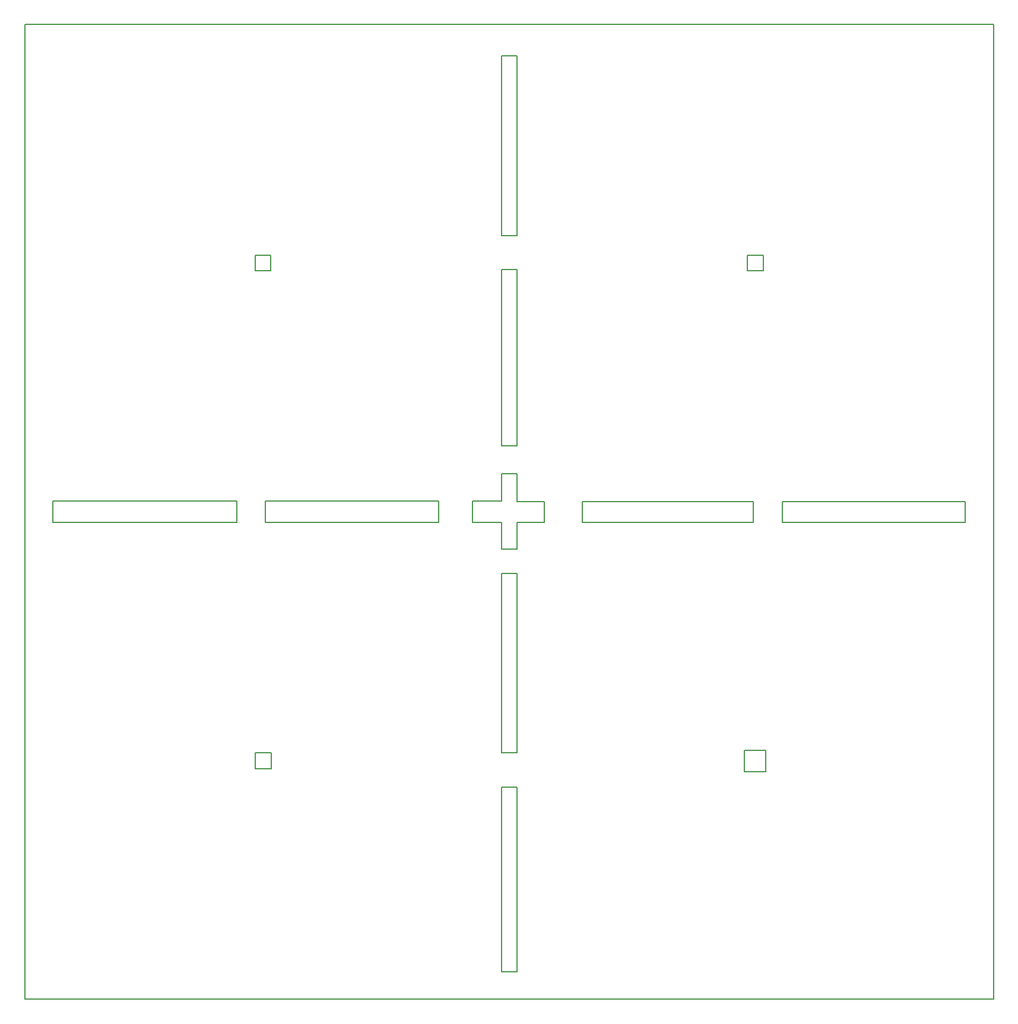
<source format=gbr>
%TF.GenerationSoftware,KiCad,Pcbnew,6.0.6-3a73a75311~116~ubuntu20.04.1*%
%TF.CreationDate,2022-06-30T05:51:01+02:00*%
%TF.ProjectId,panel_v3,70616e65-6c5f-4763-932e-6b696361645f,rev?*%
%TF.SameCoordinates,Original*%
%TF.FileFunction,Profile,NP*%
%FSLAX46Y46*%
G04 Gerber Fmt 4.6, Leading zero omitted, Abs format (unit mm)*
G04 Created by KiCad (PCBNEW 6.0.6-3a73a75311~116~ubuntu20.04.1) date 2022-06-30 05:51:01*
%MOMM*%
%LPD*%
G01*
G04 APERTURE LIST*
%TA.AperFunction,Profile*%
%ADD10C,0.150000*%
%TD*%
G04 APERTURE END LIST*
D10*
X96017372Y-164100119D02*
X93798823Y-164100119D01*
X93798823Y-164100119D02*
X93798823Y-137765039D01*
X93798823Y-137765039D02*
X96017372Y-137765039D01*
X96017372Y-137765039D02*
X96017372Y-164100119D01*
X128890082Y-61882375D02*
X131132937Y-61882375D01*
X131132937Y-61882375D02*
X131132937Y-64124934D01*
X131132937Y-64124934D02*
X128890082Y-64124934D01*
X128890082Y-64124934D02*
X128890082Y-61882375D01*
X96012160Y-89102598D02*
X93793611Y-89102598D01*
X93793611Y-89102598D02*
X93793611Y-63964125D01*
X93793611Y-63964125D02*
X96012160Y-63964125D01*
X96012160Y-63964125D02*
X96012160Y-89102598D01*
X60163324Y-96983576D02*
X84827870Y-96983576D01*
X84827870Y-96983576D02*
X84827870Y-99995977D01*
X84827870Y-99995977D02*
X60163324Y-99995977D01*
X60163324Y-99995977D02*
X60163324Y-96983576D01*
X93803302Y-33459970D02*
X95991070Y-33459970D01*
X95991070Y-33459970D02*
X95991070Y-59076941D01*
X95991070Y-59076941D02*
X93803302Y-59076941D01*
X93803302Y-59076941D02*
X93803302Y-33459970D01*
X58684414Y-132867150D02*
X60928845Y-132867150D01*
X60928845Y-132867150D02*
X60928845Y-135132564D01*
X60928845Y-135132564D02*
X58684414Y-135132564D01*
X58684414Y-135132564D02*
X58684414Y-132867150D01*
X25811627Y-28994910D02*
X163982911Y-28994910D01*
X163982911Y-28994910D02*
X163982911Y-167983019D01*
X163982911Y-167983019D02*
X25811627Y-167983019D01*
X25811627Y-167983019D02*
X25811627Y-28994910D01*
X131535346Y-135555872D02*
X128443707Y-135555872D01*
X128443707Y-135555872D02*
X128443707Y-132465544D01*
X128443707Y-132465544D02*
X131535346Y-132465544D01*
X131535346Y-132465544D02*
X131535346Y-135555872D01*
X29789413Y-96976268D02*
X56064407Y-96976268D01*
X56064407Y-96976268D02*
X56064407Y-99993084D01*
X56064407Y-99993084D02*
X29789413Y-99993084D01*
X29789413Y-99993084D02*
X29789413Y-96976268D01*
X58686241Y-61868231D02*
X60924476Y-61868231D01*
X60924476Y-61868231D02*
X60924476Y-64106710D01*
X60924476Y-64106710D02*
X58686241Y-64106710D01*
X58686241Y-64106710D02*
X58686241Y-61868231D01*
X105323299Y-96992773D02*
X129730759Y-96992773D01*
X129730759Y-96992773D02*
X129730759Y-100009589D01*
X129730759Y-100009589D02*
X105323299Y-100009589D01*
X105323299Y-100009589D02*
X105323299Y-96992773D01*
X133829676Y-97000081D02*
X159906651Y-97000081D01*
X159906651Y-97000081D02*
X159906651Y-100012482D01*
X159906651Y-100012482D02*
X133829676Y-100012482D01*
X133829676Y-100012482D02*
X133829676Y-97000081D01*
X93808514Y-107260884D02*
X95996282Y-107260884D01*
X95996282Y-107260884D02*
X95996282Y-132877855D01*
X95996282Y-132877855D02*
X93808514Y-132877855D01*
X93808514Y-132877855D02*
X93808514Y-107260884D01*
X95997795Y-96995735D02*
X99929223Y-96999294D01*
X99919018Y-99995984D01*
X95997767Y-99996629D01*
X95995502Y-103839447D01*
X93800004Y-103843009D01*
X93798790Y-99995520D01*
X89704224Y-99996048D01*
X89707065Y-96982553D01*
X93798212Y-96982504D01*
X93801564Y-93023164D01*
X95994632Y-93015722D01*
X95997795Y-96995735D01*
M02*

</source>
